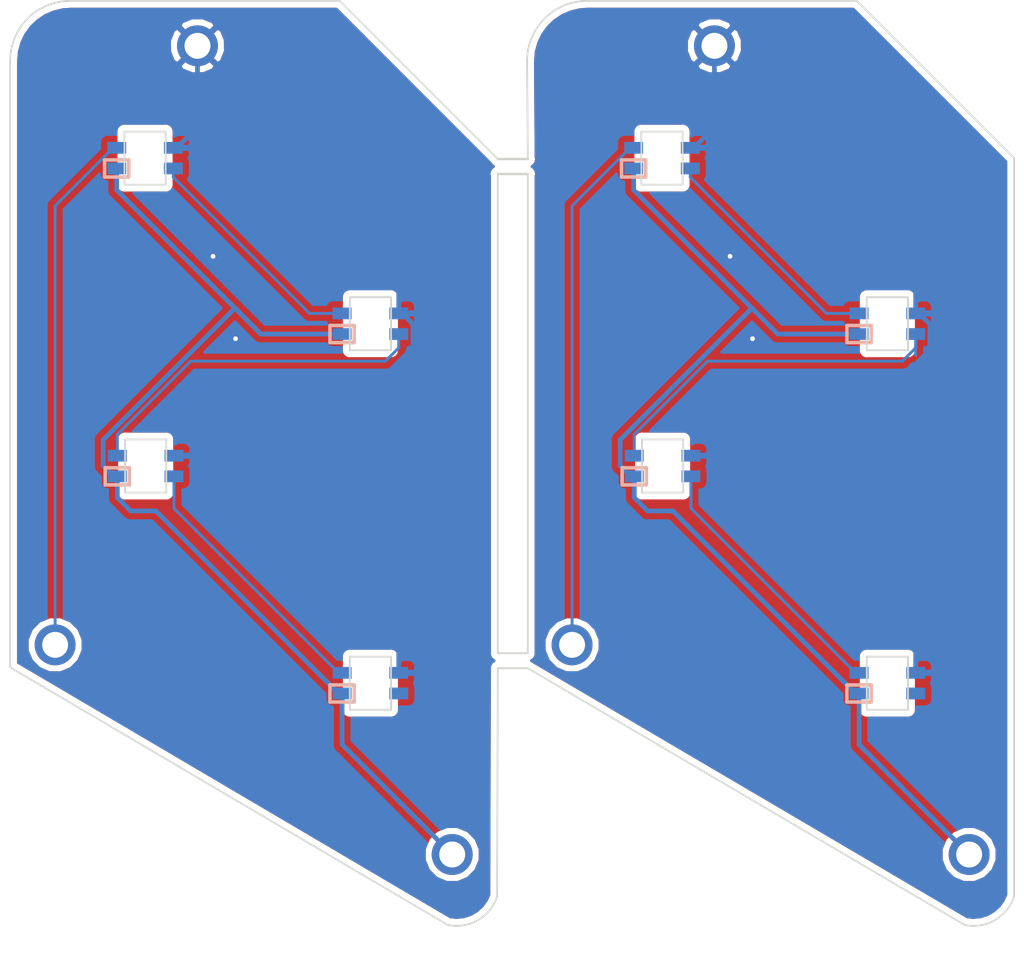
<source format=kicad_pcb>
(kicad_pcb (version 20171130) (host pcbnew 5.0.2-bee76a0~70~ubuntu18.04.1)

  (general
    (thickness 1.6)
    (drawings 24)
    (tracks 101)
    (zones 0)
    (modules 14)
    (nets 8)
  )

  (page A4)
  (layers
    (0 F.Cu signal)
    (31 B.Cu signal)
    (32 B.Adhes user)
    (33 F.Adhes user)
    (34 B.Paste user)
    (35 F.Paste user)
    (36 B.SilkS user)
    (37 F.SilkS user)
    (38 B.Mask user)
    (39 F.Mask user hide)
    (40 Dwgs.User user)
    (41 Cmts.User user)
    (42 Eco1.User user)
    (43 Eco2.User user)
    (44 Edge.Cuts user)
    (45 Margin user)
    (46 B.CrtYd user)
    (47 F.CrtYd user)
    (48 B.Fab user)
    (49 F.Fab user)
  )

  (setup
    (last_trace_width 0.25)
    (trace_clearance 0.2)
    (zone_clearance 0.508)
    (zone_45_only no)
    (trace_min 0.2)
    (segment_width 0.2)
    (edge_width 0.15)
    (via_size 0.8)
    (via_drill 0.4)
    (via_min_size 0.4)
    (via_min_drill 0.3)
    (uvia_size 0.3)
    (uvia_drill 0.1)
    (uvias_allowed no)
    (uvia_min_size 0.2)
    (uvia_min_drill 0.1)
    (pcb_text_width 0.3)
    (pcb_text_size 1.5 1.5)
    (mod_edge_width 0.15)
    (mod_text_size 1 1)
    (mod_text_width 0.15)
    (pad_size 3.47 3.47)
    (pad_drill 2.2)
    (pad_to_mask_clearance 0.051)
    (solder_mask_min_width 0.25)
    (aux_axis_origin 0 0)
    (grid_origin 135.255 20.955)
    (visible_elements FFFFF7FF)
    (pcbplotparams
      (layerselection 0x010fc_ffffffff)
      (usegerberextensions true)
      (usegerberattributes false)
      (usegerberadvancedattributes false)
      (creategerberjobfile false)
      (excludeedgelayer true)
      (linewidth 0.100000)
      (plotframeref false)
      (viasonmask false)
      (mode 1)
      (useauxorigin false)
      (hpglpennumber 1)
      (hpglpenspeed 20)
      (hpglpendiameter 15.000000)
      (psnegative false)
      (psa4output false)
      (plotreference true)
      (plotvalue true)
      (plotinvisibletext false)
      (padsonsilk false)
      (subtractmaskfromsilk false)
      (outputformat 1)
      (mirror false)
      (drillshape 0)
      (scaleselection 1)
      (outputdirectory "garver"))
  )

  (net 0 "")
  (net 1 VCC)
  (net 2 LED)
  (net 3 "Net-(L1-Pad1)")
  (net 4 GND)
  (net 5 "Net-(L2-Pad1)")
  (net 6 "Net-(L3-Pad1)")
  (net 7 "Net-(L4-Pad1)")

  (net_class Default "これはデフォルトのネット クラスです。"
    (clearance 0.2)
    (trace_width 0.25)
    (via_dia 0.8)
    (via_drill 0.4)
    (uvia_dia 0.3)
    (uvia_drill 0.1)
    (add_net LED)
    (add_net "Net-(L1-Pad1)")
    (add_net "Net-(L2-Pad1)")
    (add_net "Net-(L3-Pad1)")
    (add_net "Net-(L4-Pad1)")
  )

  (net_class POWER ""
    (clearance 0.2)
    (trace_width 0.4)
    (via_dia 0.8)
    (via_drill 0.4)
    (uvia_dia 0.3)
    (uvia_drill 0.1)
    (add_net GND)
    (add_net VCC)
  )

  (module kbd:SK6812MINI (layer F.Cu) (tedit 5D010600) (tstamp 5D35C517)
    (at 130.175 163.195 180)
    (path /5CEE2FA8)
    (fp_text reference L4 (at 0 -2.5 180) (layer F.SilkS) hide
      (effects (font (size 1 1) (thickness 0.15)))
    )
    (fp_text value SK6812MINI (at -0.3 0 180) (layer F.Fab) hide
      (effects (font (size 1 1) (thickness 0.15)))
    )
    (fp_line (start -1.75 -2.25) (end -1.75 2.25) (layer Edge.Cuts) (width 0.15))
    (fp_line (start 1.75 -2.25) (end 1.75 2.25) (layer Edge.Cuts) (width 0.15))
    (fp_line (start -1.75 -2.25) (end 1.75 -2.25) (layer Edge.Cuts) (width 0.15))
    (fp_line (start 1.75 2.25) (end -1.75 2.25) (layer Edge.Cuts) (width 0.15))
    (fp_line (start 3.43 -1.6) (end 3.43 -0.15) (layer B.SilkS) (width 0.3))
    (fp_line (start 3.43 -0.15) (end 1.38 -0.15) (layer B.SilkS) (width 0.3))
    (fp_line (start 1.38 -0.15) (end 1.38 -1.6) (layer B.SilkS) (width 0.3))
    (fp_line (start 1.38 -1.6) (end 3.43 -1.6) (layer B.SilkS) (width 0.3))
    (pad 2 smd rect (at -2.4 0.875 180) (size 1.6 1) (layers B.Cu B.Paste B.Mask)
      (net 4 GND))
    (pad 1 smd rect (at -2.4 -0.875 180) (size 1.6 1) (layers B.Cu B.Paste B.Mask)
      (net 7 "Net-(L4-Pad1)"))
    (pad 4 smd rect (at 2.4 -0.875 180) (size 1.6 1) (layers B.Cu B.Paste B.Mask)
      (net 1 VCC))
    (pad 3 smd rect (at 2.4 0.875 180) (size 1.6 1) (layers B.Cu B.Paste B.Mask)
      (net 6 "Net-(L3-Pad1)"))
  )

  (module keebio_parts:SolidCopper (layer F.Cu) (tedit 5CF02416) (tstamp 5D35C4FD)
    (at 115.516029 109.146055)
    (descr "Mounting Hole 2.2mm, M2")
    (tags "mounting hole 2.2mm m2")
    (path /5CF48BCC)
    (fp_text reference J5 (at 0 -3.2) (layer F.SilkS) hide
      (effects (font (size 1 1) (thickness 0.15)))
    )
    (fp_text value Conn_01x01 (at 0 3.2) (layer F.Fab)
      (effects (font (size 1 1) (thickness 0.15)))
    )
    (fp_circle (center 0 0) (end 2.45 0) (layer F.CrtYd) (width 0.05))
    (fp_circle (center 0 0) (end 2.2 0) (layer Cmts.User) (width 0.15))
    (pad 1 thru_hole circle (at 0 0) (size 3.47 3.47) (drill 2.2) (layers *.Cu *.Mask)
      (net 4 GND))
  )

  (module kbd:SK6812MINI (layer F.Cu) (tedit 5D010600) (tstamp 5D35C4D4)
    (at 111.125 144.78 180)
    (path /5CEE2FA1)
    (fp_text reference L3 (at 0 -2.5 180) (layer F.SilkS) hide
      (effects (font (size 1 1) (thickness 0.15)))
    )
    (fp_text value SK6812MINI (at -0.3 0 180) (layer F.Fab) hide
      (effects (font (size 1 1) (thickness 0.15)))
    )
    (fp_line (start -1.75 -2.25) (end -1.75 2.25) (layer Edge.Cuts) (width 0.15))
    (fp_line (start 1.75 -2.25) (end 1.75 2.25) (layer Edge.Cuts) (width 0.15))
    (fp_line (start -1.75 -2.25) (end 1.75 -2.25) (layer Edge.Cuts) (width 0.15))
    (fp_line (start 1.75 2.25) (end -1.75 2.25) (layer Edge.Cuts) (width 0.15))
    (fp_line (start 3.43 -1.6) (end 3.43 -0.15) (layer B.SilkS) (width 0.3))
    (fp_line (start 3.43 -0.15) (end 1.38 -0.15) (layer B.SilkS) (width 0.3))
    (fp_line (start 1.38 -0.15) (end 1.38 -1.6) (layer B.SilkS) (width 0.3))
    (fp_line (start 1.38 -1.6) (end 3.43 -1.6) (layer B.SilkS) (width 0.3))
    (pad 2 smd rect (at -2.4 0.875 180) (size 1.6 1) (layers B.Cu B.Paste B.Mask)
      (net 4 GND))
    (pad 1 smd rect (at -2.4 -0.875 180) (size 1.6 1) (layers B.Cu B.Paste B.Mask)
      (net 6 "Net-(L3-Pad1)"))
    (pad 4 smd rect (at 2.4 -0.875 180) (size 1.6 1) (layers B.Cu B.Paste B.Mask)
      (net 1 VCC))
    (pad 3 smd rect (at 2.4 0.875 180) (size 1.6 1) (layers B.Cu B.Paste B.Mask)
      (net 5 "Net-(L2-Pad1)"))
  )

  (module keebio_parts:SolidCopper (layer F.Cu) (tedit 5D2E0FDC) (tstamp 5D35C4AC)
    (at 103.451029 159.946055)
    (descr "Mounting Hole 2.2mm, M2")
    (tags "mounting hole 2.2mm m2")
    (path /5CF2363A)
    (fp_text reference J3 (at 0 -3.2) (layer F.SilkS) hide
      (effects (font (size 1 1) (thickness 0.15)))
    )
    (fp_text value Conn_01x01 (at 0 3.2) (layer F.Fab)
      (effects (font (size 1 1) (thickness 0.15)))
    )
    (fp_circle (center 0 0) (end 2.2 0) (layer Cmts.User) (width 0.15))
    (fp_circle (center 0 0) (end 2.45 0) (layer F.CrtYd) (width 0.05))
    (pad 1 thru_hole circle (at 0 0) (size 3.47 3.47) (drill 2.2) (layers *.Cu *.Mask)
      (net 2 LED))
  )

  (module kbd:SK6812MINI (layer F.Cu) (tedit 5D010600) (tstamp 5D35C48A)
    (at 111.071029 118.671055 180)
    (path /5CEE264F)
    (fp_text reference L1 (at 0 -2.5 180) (layer F.SilkS) hide
      (effects (font (size 1 1) (thickness 0.15)))
    )
    (fp_text value SK6812MINI (at -0.3 0 180) (layer F.Fab) hide
      (effects (font (size 1 1) (thickness 0.15)))
    )
    (fp_line (start -1.75 -2.25) (end -1.75 2.25) (layer Edge.Cuts) (width 0.15))
    (fp_line (start 1.75 -2.25) (end 1.75 2.25) (layer Edge.Cuts) (width 0.15))
    (fp_line (start -1.75 -2.25) (end 1.75 -2.25) (layer Edge.Cuts) (width 0.15))
    (fp_line (start 1.75 2.25) (end -1.75 2.25) (layer Edge.Cuts) (width 0.15))
    (fp_line (start 3.43 -1.6) (end 3.43 -0.15) (layer B.SilkS) (width 0.3))
    (fp_line (start 3.43 -0.15) (end 1.38 -0.15) (layer B.SilkS) (width 0.3))
    (fp_line (start 1.38 -0.15) (end 1.38 -1.6) (layer B.SilkS) (width 0.3))
    (fp_line (start 1.38 -1.6) (end 3.43 -1.6) (layer B.SilkS) (width 0.3))
    (pad 2 smd rect (at -2.4 0.875 180) (size 1.6 1) (layers B.Cu B.Paste B.Mask)
      (net 4 GND))
    (pad 1 smd rect (at -2.4 -0.875 180) (size 1.6 1) (layers B.Cu B.Paste B.Mask)
      (net 3 "Net-(L1-Pad1)"))
    (pad 4 smd rect (at 2.4 -0.875 180) (size 1.6 1) (layers B.Cu B.Paste B.Mask)
      (net 1 VCC))
    (pad 3 smd rect (at 2.4 0.875 180) (size 1.6 1) (layers B.Cu B.Paste B.Mask)
      (net 2 LED))
  )

  (module kbd:SK6812MINI (layer F.Cu) (tedit 5D010600) (tstamp 5D35C46E)
    (at 130.175 132.715 180)
    (path /5CEE27B9)
    (fp_text reference L2 (at 0 -2.5 180) (layer F.SilkS) hide
      (effects (font (size 1 1) (thickness 0.15)))
    )
    (fp_text value SK6812MINI (at -0.3 0 180) (layer F.Fab) hide
      (effects (font (size 1 1) (thickness 0.15)))
    )
    (fp_line (start -1.75 -2.25) (end -1.75 2.25) (layer Edge.Cuts) (width 0.15))
    (fp_line (start 1.75 -2.25) (end 1.75 2.25) (layer Edge.Cuts) (width 0.15))
    (fp_line (start -1.75 -2.25) (end 1.75 -2.25) (layer Edge.Cuts) (width 0.15))
    (fp_line (start 1.75 2.25) (end -1.75 2.25) (layer Edge.Cuts) (width 0.15))
    (fp_line (start 3.43 -1.6) (end 3.43 -0.15) (layer B.SilkS) (width 0.3))
    (fp_line (start 3.43 -0.15) (end 1.38 -0.15) (layer B.SilkS) (width 0.3))
    (fp_line (start 1.38 -0.15) (end 1.38 -1.6) (layer B.SilkS) (width 0.3))
    (fp_line (start 1.38 -1.6) (end 3.43 -1.6) (layer B.SilkS) (width 0.3))
    (pad 2 smd rect (at -2.4 0.875 180) (size 1.6 1) (layers B.Cu B.Paste B.Mask)
      (net 4 GND))
    (pad 1 smd rect (at -2.4 -0.875 180) (size 1.6 1) (layers B.Cu B.Paste B.Mask)
      (net 5 "Net-(L2-Pad1)"))
    (pad 4 smd rect (at 2.4 -0.875 180) (size 1.6 1) (layers B.Cu B.Paste B.Mask)
      (net 1 VCC))
    (pad 3 smd rect (at 2.4 0.875 180) (size 1.6 1) (layers B.Cu B.Paste B.Mask)
      (net 3 "Net-(L1-Pad1)"))
  )

  (module keebio_parts:SolidCopper (layer F.Cu) (tedit 5D2E103C) (tstamp 5D35C430)
    (at 137.106029 177.726055)
    (descr "Mounting Hole 2.2mm, M2")
    (tags "mounting hole 2.2mm m2")
    (path /5CF4ED45)
    (fp_text reference J4 (at 0 -3.2) (layer F.SilkS) hide
      (effects (font (size 1 1) (thickness 0.15)))
    )
    (fp_text value Conn_01x01 (at 0 3.2) (layer F.Fab)
      (effects (font (size 1 1) (thickness 0.15)))
    )
    (fp_circle (center 0 0) (end 2.45 0) (layer F.CrtYd) (width 0.05))
    (fp_circle (center 0 0) (end 2.2 0) (layer Cmts.User) (width 0.15))
    (pad 1 thru_hole circle (at 0 0) (size 3.47 3.47) (drill 2.2) (layers *.Cu *.Mask)
      (net 1 VCC))
  )

  (module kbd:SK6812MINI (layer F.Cu) (tedit 5D010600) (tstamp 5D2F2499)
    (at 67.31 144.78 180)
    (path /5CEE2FA1)
    (fp_text reference L3 (at 0 -2.5 180) (layer F.SilkS) hide
      (effects (font (size 1 1) (thickness 0.15)))
    )
    (fp_text value SK6812MINI (at -0.3 0 180) (layer F.Fab) hide
      (effects (font (size 1 1) (thickness 0.15)))
    )
    (fp_line (start 1.38 -1.6) (end 3.43 -1.6) (layer B.SilkS) (width 0.3))
    (fp_line (start 1.38 -0.15) (end 1.38 -1.6) (layer B.SilkS) (width 0.3))
    (fp_line (start 3.43 -0.15) (end 1.38 -0.15) (layer B.SilkS) (width 0.3))
    (fp_line (start 3.43 -1.6) (end 3.43 -0.15) (layer B.SilkS) (width 0.3))
    (fp_line (start 1.75 2.25) (end -1.75 2.25) (layer Edge.Cuts) (width 0.15))
    (fp_line (start -1.75 -2.25) (end 1.75 -2.25) (layer Edge.Cuts) (width 0.15))
    (fp_line (start 1.75 -2.25) (end 1.75 2.25) (layer Edge.Cuts) (width 0.15))
    (fp_line (start -1.75 -2.25) (end -1.75 2.25) (layer Edge.Cuts) (width 0.15))
    (pad 3 smd rect (at 2.4 0.875 180) (size 1.6 1) (layers B.Cu B.Paste B.Mask)
      (net 5 "Net-(L2-Pad1)"))
    (pad 4 smd rect (at 2.4 -0.875 180) (size 1.6 1) (layers B.Cu B.Paste B.Mask)
      (net 1 VCC))
    (pad 1 smd rect (at -2.4 -0.875 180) (size 1.6 1) (layers B.Cu B.Paste B.Mask)
      (net 6 "Net-(L3-Pad1)"))
    (pad 2 smd rect (at -2.4 0.875 180) (size 1.6 1) (layers B.Cu B.Paste B.Mask)
      (net 4 GND))
  )

  (module kbd:SK6812MINI (layer F.Cu) (tedit 5D010600) (tstamp 5D2F248A)
    (at 86.36 163.195 180)
    (path /5CEE2FA8)
    (fp_text reference L4 (at 0 -2.5 180) (layer F.SilkS) hide
      (effects (font (size 1 1) (thickness 0.15)))
    )
    (fp_text value SK6812MINI (at -0.3 0 180) (layer F.Fab) hide
      (effects (font (size 1 1) (thickness 0.15)))
    )
    (fp_line (start 1.38 -1.6) (end 3.43 -1.6) (layer B.SilkS) (width 0.3))
    (fp_line (start 1.38 -0.15) (end 1.38 -1.6) (layer B.SilkS) (width 0.3))
    (fp_line (start 3.43 -0.15) (end 1.38 -0.15) (layer B.SilkS) (width 0.3))
    (fp_line (start 3.43 -1.6) (end 3.43 -0.15) (layer B.SilkS) (width 0.3))
    (fp_line (start 1.75 2.25) (end -1.75 2.25) (layer Edge.Cuts) (width 0.15))
    (fp_line (start -1.75 -2.25) (end 1.75 -2.25) (layer Edge.Cuts) (width 0.15))
    (fp_line (start 1.75 -2.25) (end 1.75 2.25) (layer Edge.Cuts) (width 0.15))
    (fp_line (start -1.75 -2.25) (end -1.75 2.25) (layer Edge.Cuts) (width 0.15))
    (pad 3 smd rect (at 2.4 0.875 180) (size 1.6 1) (layers B.Cu B.Paste B.Mask)
      (net 6 "Net-(L3-Pad1)"))
    (pad 4 smd rect (at 2.4 -0.875 180) (size 1.6 1) (layers B.Cu B.Paste B.Mask)
      (net 1 VCC))
    (pad 1 smd rect (at -2.4 -0.875 180) (size 1.6 1) (layers B.Cu B.Paste B.Mask)
      (net 7 "Net-(L4-Pad1)"))
    (pad 2 smd rect (at -2.4 0.875 180) (size 1.6 1) (layers B.Cu B.Paste B.Mask)
      (net 4 GND))
  )

  (module kbd:SK6812MINI (layer F.Cu) (tedit 5D010600) (tstamp 5D2F2469)
    (at 86.36 132.715 180)
    (path /5CEE27B9)
    (fp_text reference L2 (at 0 -2.5 180) (layer F.SilkS) hide
      (effects (font (size 1 1) (thickness 0.15)))
    )
    (fp_text value SK6812MINI (at -0.3 0 180) (layer F.Fab) hide
      (effects (font (size 1 1) (thickness 0.15)))
    )
    (fp_line (start 1.38 -1.6) (end 3.43 -1.6) (layer B.SilkS) (width 0.3))
    (fp_line (start 1.38 -0.15) (end 1.38 -1.6) (layer B.SilkS) (width 0.3))
    (fp_line (start 3.43 -0.15) (end 1.38 -0.15) (layer B.SilkS) (width 0.3))
    (fp_line (start 3.43 -1.6) (end 3.43 -0.15) (layer B.SilkS) (width 0.3))
    (fp_line (start 1.75 2.25) (end -1.75 2.25) (layer Edge.Cuts) (width 0.15))
    (fp_line (start -1.75 -2.25) (end 1.75 -2.25) (layer Edge.Cuts) (width 0.15))
    (fp_line (start 1.75 -2.25) (end 1.75 2.25) (layer Edge.Cuts) (width 0.15))
    (fp_line (start -1.75 -2.25) (end -1.75 2.25) (layer Edge.Cuts) (width 0.15))
    (pad 3 smd rect (at 2.4 0.875 180) (size 1.6 1) (layers B.Cu B.Paste B.Mask)
      (net 3 "Net-(L1-Pad1)"))
    (pad 4 smd rect (at 2.4 -0.875 180) (size 1.6 1) (layers B.Cu B.Paste B.Mask)
      (net 1 VCC))
    (pad 1 smd rect (at -2.4 -0.875 180) (size 1.6 1) (layers B.Cu B.Paste B.Mask)
      (net 5 "Net-(L2-Pad1)"))
    (pad 2 smd rect (at -2.4 0.875 180) (size 1.6 1) (layers B.Cu B.Paste B.Mask)
      (net 4 GND))
  )

  (module kbd:SK6812MINI (layer F.Cu) (tedit 5D010600) (tstamp 5D2F245A)
    (at 67.256029 118.671055 180)
    (path /5CEE264F)
    (fp_text reference L1 (at 0 -2.5 180) (layer F.SilkS) hide
      (effects (font (size 1 1) (thickness 0.15)))
    )
    (fp_text value SK6812MINI (at -0.3 0 180) (layer F.Fab) hide
      (effects (font (size 1 1) (thickness 0.15)))
    )
    (fp_line (start 1.38 -1.6) (end 3.43 -1.6) (layer B.SilkS) (width 0.3))
    (fp_line (start 1.38 -0.15) (end 1.38 -1.6) (layer B.SilkS) (width 0.3))
    (fp_line (start 3.43 -0.15) (end 1.38 -0.15) (layer B.SilkS) (width 0.3))
    (fp_line (start 3.43 -1.6) (end 3.43 -0.15) (layer B.SilkS) (width 0.3))
    (fp_line (start 1.75 2.25) (end -1.75 2.25) (layer Edge.Cuts) (width 0.15))
    (fp_line (start -1.75 -2.25) (end 1.75 -2.25) (layer Edge.Cuts) (width 0.15))
    (fp_line (start 1.75 -2.25) (end 1.75 2.25) (layer Edge.Cuts) (width 0.15))
    (fp_line (start -1.75 -2.25) (end -1.75 2.25) (layer Edge.Cuts) (width 0.15))
    (pad 3 smd rect (at 2.4 0.875 180) (size 1.6 1) (layers B.Cu B.Paste B.Mask)
      (net 2 LED))
    (pad 4 smd rect (at 2.4 -0.875 180) (size 1.6 1) (layers B.Cu B.Paste B.Mask)
      (net 1 VCC))
    (pad 1 smd rect (at -2.4 -0.875 180) (size 1.6 1) (layers B.Cu B.Paste B.Mask)
      (net 3 "Net-(L1-Pad1)"))
    (pad 2 smd rect (at -2.4 0.875 180) (size 1.6 1) (layers B.Cu B.Paste B.Mask)
      (net 4 GND))
  )

  (module keebio_parts:SolidCopper (layer F.Cu) (tedit 5D2E0FDC) (tstamp 5D2F2484)
    (at 59.636029 159.946055)
    (descr "Mounting Hole 2.2mm, M2")
    (tags "mounting hole 2.2mm m2")
    (path /5CF2363A)
    (fp_text reference J3 (at 0 -3.2) (layer F.SilkS) hide
      (effects (font (size 1 1) (thickness 0.15)))
    )
    (fp_text value Conn_01x01 (at 0 3.2) (layer F.Fab)
      (effects (font (size 1 1) (thickness 0.15)))
    )
    (fp_circle (center 0 0) (end 2.45 0) (layer F.CrtYd) (width 0.05))
    (fp_circle (center 0 0) (end 2.2 0) (layer Cmts.User) (width 0.15))
    (pad 1 thru_hole circle (at 0 0) (size 3.47 3.47) (drill 2.2) (layers *.Cu *.Mask)
      (net 2 LED))
  )

  (module keebio_parts:SolidCopper (layer F.Cu) (tedit 5CF02416) (tstamp 5D2F247E)
    (at 71.701029 109.146055)
    (descr "Mounting Hole 2.2mm, M2")
    (tags "mounting hole 2.2mm m2")
    (path /5CF48BCC)
    (fp_text reference J5 (at 0 -3.2) (layer F.SilkS) hide
      (effects (font (size 1 1) (thickness 0.15)))
    )
    (fp_text value Conn_01x01 (at 0 3.2) (layer F.Fab)
      (effects (font (size 1 1) (thickness 0.15)))
    )
    (fp_circle (center 0 0) (end 2.2 0) (layer Cmts.User) (width 0.15))
    (fp_circle (center 0 0) (end 2.45 0) (layer F.CrtYd) (width 0.05))
    (pad 1 thru_hole circle (at 0 0) (size 3.47 3.47) (drill 2.2) (layers *.Cu *.Mask)
      (net 4 GND))
  )

  (module keebio_parts:SolidCopper (layer F.Cu) (tedit 5D2E103C) (tstamp 5D2F2478)
    (at 93.291029 177.726055)
    (descr "Mounting Hole 2.2mm, M2")
    (tags "mounting hole 2.2mm m2")
    (path /5CF4ED45)
    (fp_text reference J4 (at 0 -3.2) (layer F.SilkS) hide
      (effects (font (size 1 1) (thickness 0.15)))
    )
    (fp_text value Conn_01x01 (at 0 3.2) (layer F.Fab)
      (effects (font (size 1 1) (thickness 0.15)))
    )
    (fp_circle (center 0 0) (end 2.2 0) (layer Cmts.User) (width 0.15))
    (fp_circle (center 0 0) (end 2.45 0) (layer F.CrtYd) (width 0.05))
    (pad 1 thru_hole circle (at 0 0) (size 3.47 3.47) (drill 2.2) (layers *.Cu *.Mask)
      (net 1 VCC))
  )

  (gr_poly (pts (xy 97.155 20.955) (xy 97.155 77.47) (xy 55.88 102.235) (xy 55.88 34.29) (xy 69.215 20.955)) (layer F.Mask) (width 0.15))
  (gr_poly (pts (xy 99.695 102.235) (xy 140.97 77.47) (xy 140.97 20.955) (xy 113.03 20.955) (xy 99.695 34.29)) (layer F.Mask) (width 0.15))
  (gr_poly (pts (xy 99.695 105.41) (xy 99.695 161.925) (xy 140.97 186.69) (xy 140.97 118.745) (xy 127.635 105.41)) (layer F.Mask) (width 0.15))
  (gr_poly (pts (xy 55.88 105.41) (xy 55.88 161.925) (xy 97.155 186.69) (xy 97.155 118.745) (xy 83.82 105.41)) (layer F.Mask) (width 0.15))
  (gr_line (start 99.695 160.655) (end 97.155 160.655) (layer Edge.Cuts) (width 0.15))
  (gr_line (start 97.155 161.925) (end 99.695 161.925) (layer Edge.Cuts) (width 0.15))
  (gr_line (start 97.155 160.655) (end 97.155 120.015) (layer Edge.Cuts) (width 0.15) (tstamp 5D35ECBA))
  (gr_line (start 97.155 120.015) (end 99.695 120.015) (layer Edge.Cuts) (width 0.2))
  (gr_line (start 97.155 118.745) (end 99.695 118.745) (layer Edge.Cuts) (width 0.2))
  (gr_line (start 99.695 120.015) (end 99.695 160.655) (layer Edge.Cuts) (width 0.15) (tstamp 5D35EC75))
  (gr_arc (start 137.482368 180.160804) (end 140.911368 181.303804) (angle 83.65980825) (layer Edge.Cuts) (width 0.15) (tstamp 5D35C4A4))
  (gr_line (start 140.916029 181.282055) (end 140.916029 118.671055) (layer Edge.Cuts) (width 0.15) (tstamp 5D35C487))
  (gr_line (start 140.916029 118.671055) (end 127.581029 105.336055) (layer Edge.Cuts) (width 0.15) (tstamp 5D35C46A))
  (gr_line (start 99.695 161.925) (end 136.725029 183.695055) (layer Edge.Cuts) (width 0.15) (tstamp 5D35C445))
  (gr_line (start 99.641029 110.416055) (end 99.695 118.745) (layer Edge.Cuts) (width 0.15) (tstamp 5D35C443))
  (gr_arc (start 104.721029 110.416055) (end 99.641029 110.416055) (angle 90) (layer Edge.Cuts) (width 0.15) (tstamp 5D35C42E))
  (gr_line (start 127.581029 105.336055) (end 104.721029 105.336055) (layer Edge.Cuts) (width 0.15) (tstamp 5D35C40C))
  (gr_line (start 97.155 118.745) (end 83.766029 105.336055) (layer Edge.Cuts) (width 0.15) (tstamp 5D2E2721))
  (gr_line (start 83.766029 105.336055) (end 60.906029 105.336055) (layer Edge.Cuts) (width 0.15) (tstamp 5D2E2720))
  (gr_line (start 55.826029 110.416055) (end 55.826029 161.851055) (layer Edge.Cuts) (width 0.15) (tstamp 5D2E2709))
  (gr_arc (start 60.906029 110.416055) (end 55.826029 110.416055) (angle 90) (layer Edge.Cuts) (width 0.15) (tstamp 5D2E26F2))
  (gr_line (start 55.826029 161.851055) (end 92.910029 183.695055) (layer Edge.Cuts) (width 0.15) (tstamp 5D2E26E8))
  (gr_arc (start 93.667368 180.160804) (end 97.096368 181.303804) (angle 83.65980825) (layer Edge.Cuts) (width 0.15) (tstamp 5D2E26D7))
  (gr_line (start 97.101029 181.282055) (end 97.155 161.925) (layer Edge.Cuts) (width 0.15) (tstamp 5D2E26B4))

  (segment (start 83.96 164.97) (end 83.96 164.07) (width 0.4) (layer B.Cu) (net 1))
  (segment (start 83.96 168.395026) (end 83.96 164.97) (width 0.4) (layer B.Cu) (net 1))
  (segment (start 93.291029 177.726055) (end 83.96 168.395026) (width 0.4) (layer B.Cu) (net 1))
  (segment (start 83.96 164.07) (end 83.66 164.07) (width 0.4) (layer B.Cu) (net 1))
  (segment (start 83.66 164.07) (end 68.18 148.59) (width 0.4) (layer B.Cu) (net 1))
  (segment (start 68.18 148.59) (end 66.04 148.59) (width 0.4) (layer B.Cu) (net 1))
  (segment (start 64.91 147.46) (end 64.91 145.655) (width 0.4) (layer B.Cu) (net 1))
  (segment (start 66.04 148.59) (end 64.91 147.46) (width 0.4) (layer B.Cu) (net 1))
  (segment (start 64.856029 121.371029) (end 64.856029 119.546055) (width 0.4) (layer B.Cu) (net 1))
  (segment (start 83.96 133.59) (end 77.075 133.59) (width 0.4) (layer B.Cu) (net 1))
  (segment (start 74.822524 131.445) (end 74.93 131.445) (width 0.4) (layer B.Cu) (net 1))
  (segment (start 63.71 142.557524) (end 74.822524 131.445) (width 0.4) (layer B.Cu) (net 1))
  (segment (start 63.71 144.755) (end 63.71 142.557524) (width 0.4) (layer B.Cu) (net 1))
  (segment (start 64.61 145.655) (end 63.71 144.755) (width 0.4) (layer B.Cu) (net 1))
  (segment (start 64.91 145.655) (end 64.61 145.655) (width 0.4) (layer B.Cu) (net 1))
  (segment (start 77.075 133.59) (end 74.93 131.445) (width 0.4) (layer B.Cu) (net 1))
  (segment (start 74.93 131.445) (end 64.856029 121.371029) (width 0.4) (layer B.Cu) (net 1))
  (segment (start 107.525 142.557524) (end 118.637524 131.445) (width 0.4) (layer B.Cu) (net 1) (tstamp 5D35C40F))
  (segment (start 127.775 164.97) (end 127.775 164.07) (width 0.4) (layer B.Cu) (net 1) (tstamp 5D35C42F))
  (segment (start 127.475 164.07) (end 111.995 148.59) (width 0.4) (layer B.Cu) (net 1) (tstamp 5D35C436))
  (segment (start 120.89 133.59) (end 118.745 131.445) (width 0.4) (layer B.Cu) (net 1) (tstamp 5D35C43D))
  (segment (start 137.106029 177.726055) (end 127.775 168.395026) (width 0.4) (layer B.Cu) (net 1) (tstamp 5D35C43E))
  (segment (start 111.995 148.59) (end 109.855 148.59) (width 0.4) (layer B.Cu) (net 1) (tstamp 5D35C441))
  (segment (start 127.775 164.07) (end 127.475 164.07) (width 0.4) (layer B.Cu) (net 1) (tstamp 5D35C47E))
  (segment (start 109.855 148.59) (end 108.725 147.46) (width 0.4) (layer B.Cu) (net 1) (tstamp 5D35C47F))
  (segment (start 107.525 144.755) (end 107.525 142.557524) (width 0.4) (layer B.Cu) (net 1) (tstamp 5D35C488))
  (segment (start 118.637524 131.445) (end 118.745 131.445) (width 0.4) (layer B.Cu) (net 1) (tstamp 5D35C49A))
  (segment (start 108.425 145.655) (end 107.525 144.755) (width 0.4) (layer B.Cu) (net 1) (tstamp 5D35C49D))
  (segment (start 108.671029 121.371029) (end 108.671029 119.546055) (width 0.4) (layer B.Cu) (net 1) (tstamp 5D35C4A0))
  (segment (start 108.725 145.655) (end 108.425 145.655) (width 0.4) (layer B.Cu) (net 1) (tstamp 5D35C4D0))
  (segment (start 108.725 147.46) (end 108.725 145.655) (width 0.4) (layer B.Cu) (net 1) (tstamp 5D35C4E4))
  (segment (start 127.775 168.395026) (end 127.775 164.97) (width 0.4) (layer B.Cu) (net 1) (tstamp 5D35C4F0))
  (segment (start 118.745 131.445) (end 108.671029 121.371029) (width 0.4) (layer B.Cu) (net 1) (tstamp 5D35C4FB))
  (segment (start 127.775 133.59) (end 120.89 133.59) (width 0.4) (layer B.Cu) (net 1) (tstamp 5D35C526))
  (segment (start 64.556029 117.796055) (end 64.856029 117.796055) (width 0.25) (layer B.Cu) (net 2))
  (segment (start 59.636029 122.716055) (end 64.556029 117.796055) (width 0.25) (layer B.Cu) (net 2))
  (segment (start 59.636029 159.946055) (end 59.636029 122.716055) (width 0.25) (layer B.Cu) (net 2))
  (segment (start 103.451029 122.716055) (end 108.371029 117.796055) (width 0.25) (layer B.Cu) (net 2) (tstamp 5D35C480))
  (segment (start 103.451029 159.946055) (end 103.451029 122.716055) (width 0.25) (layer B.Cu) (net 2) (tstamp 5D35C4D2))
  (segment (start 108.371029 117.796055) (end 108.671029 117.796055) (width 0.25) (layer B.Cu) (net 2) (tstamp 5D35C504))
  (segment (start 82.91 131.84) (end 83.96 131.84) (width 0.25) (layer B.Cu) (net 3))
  (segment (start 81.199974 131.84) (end 82.91 131.84) (width 0.25) (layer B.Cu) (net 3))
  (segment (start 69.656029 120.296055) (end 81.199974 131.84) (width 0.25) (layer B.Cu) (net 3))
  (segment (start 69.656029 119.546055) (end 69.656029 120.296055) (width 0.25) (layer B.Cu) (net 3))
  (segment (start 126.725 131.84) (end 127.775 131.84) (width 0.25) (layer B.Cu) (net 3) (tstamp 5D35C40E))
  (segment (start 113.471029 120.296055) (end 125.014974 131.84) (width 0.25) (layer B.Cu) (net 3) (tstamp 5D35C46D))
  (segment (start 125.014974 131.84) (end 126.725 131.84) (width 0.25) (layer B.Cu) (net 3) (tstamp 5D35C481))
  (segment (start 113.471029 119.546055) (end 113.471029 120.296055) (width 0.25) (layer B.Cu) (net 3) (tstamp 5D35C483))
  (segment (start 69.956029 117.796055) (end 69.656029 117.796055) (width 0.4) (layer B.Cu) (net 4))
  (segment (start 71.701029 116.051055) (end 69.956029 117.796055) (width 0.4) (layer B.Cu) (net 4))
  (segment (start 71.701029 109.146055) (end 71.701029 116.051055) (width 0.4) (layer B.Cu) (net 4))
  (segment (start 88.76 131.84) (end 88.76 130.035) (width 0.4) (layer B.Cu) (net 4))
  (segment (start 73.446029 117.796055) (end 71.701029 116.051055) (width 0.4) (layer B.Cu) (net 4))
  (segment (start 76.521055 117.796055) (end 73.446029 117.796055) (width 0.4) (layer B.Cu) (net 4))
  (segment (start 88.76 130.035) (end 76.521055 117.796055) (width 0.4) (layer B.Cu) (net 4))
  (segment (start 89.06 131.84) (end 88.76 131.84) (width 0.4) (layer B.Cu) (net 4))
  (segment (start 89.96 132.74) (end 89.06 131.84) (width 0.4) (layer B.Cu) (net 4))
  (segment (start 89.960001 134.937475) (end 89.96 132.74) (width 0.4) (layer B.Cu) (net 4))
  (segment (start 80.992476 143.905) (end 89.960001 134.937475) (width 0.4) (layer B.Cu) (net 4))
  (segment (start 69.71 143.905) (end 80.992476 143.905) (width 0.4) (layer B.Cu) (net 4))
  (segment (start 80.992476 143.905) (end 80.992476 152.747476) (width 0.4) (layer B.Cu) (net 4))
  (segment (start 88.76 160.515) (end 88.76 162.32) (width 0.4) (layer B.Cu) (net 4))
  (segment (start 80.992476 152.747476) (end 88.76 160.515) (width 0.4) (layer B.Cu) (net 4))
  (via (at 74.93 133.985) (size 0.8) (drill 0.4) (layers F.Cu B.Cu) (net 4))
  (via (at 73.025 127) (size 0.8) (drill 0.4) (layers F.Cu B.Cu) (net 4))
  (segment (start 115.516029 109.146055) (end 115.516029 116.051055) (width 0.4) (layer B.Cu) (net 4) (tstamp 5D35C402))
  (segment (start 113.771029 117.796055) (end 113.471029 117.796055) (width 0.4) (layer B.Cu) (net 4) (tstamp 5D35C43B))
  (segment (start 132.575 130.035) (end 120.336055 117.796055) (width 0.4) (layer B.Cu) (net 4) (tstamp 5D35C442))
  (segment (start 120.336055 117.796055) (end 117.261029 117.796055) (width 0.4) (layer B.Cu) (net 4) (tstamp 5D35C444))
  (via (at 118.745 133.985) (size 0.8) (drill 0.4) (layers F.Cu B.Cu) (net 4) (tstamp 5D35C44C))
  (segment (start 124.807476 143.905) (end 124.807476 152.747476) (width 0.4) (layer B.Cu) (net 4) (tstamp 5D35C453))
  (via (at 116.84 127) (size 0.8) (drill 0.4) (layers F.Cu B.Cu) (net 4) (tstamp 5D35C46C))
  (segment (start 124.807476 152.747476) (end 132.575 160.515) (width 0.4) (layer B.Cu) (net 4) (tstamp 5D35C47D))
  (segment (start 132.875 131.84) (end 132.575 131.84) (width 0.4) (layer B.Cu) (net 4) (tstamp 5D35C484))
  (segment (start 133.775001 134.937475) (end 133.775 132.74) (width 0.4) (layer B.Cu) (net 4) (tstamp 5D35C485))
  (segment (start 113.525 143.905) (end 124.807476 143.905) (width 0.4) (layer B.Cu) (net 4) (tstamp 5D35C4A8))
  (segment (start 117.261029 117.796055) (end 115.516029 116.051055) (width 0.4) (layer B.Cu) (net 4) (tstamp 5D35C4D3))
  (segment (start 124.807476 143.905) (end 133.775001 134.937475) (width 0.4) (layer B.Cu) (net 4) (tstamp 5D35C4E5))
  (segment (start 133.775 132.74) (end 132.875 131.84) (width 0.4) (layer B.Cu) (net 4) (tstamp 5D35C4E8))
  (segment (start 132.575 131.84) (end 132.575 130.035) (width 0.4) (layer B.Cu) (net 4) (tstamp 5D35C4EA))
  (segment (start 115.516029 116.051055) (end 113.771029 117.796055) (width 0.4) (layer B.Cu) (net 4) (tstamp 5D35C4EC))
  (segment (start 132.575 160.515) (end 132.575 162.32) (width 0.4) (layer B.Cu) (net 4) (tstamp 5D35C4ED))
  (segment (start 88.76 133.59) (end 88.76 134.62) (width 0.25) (layer B.Cu) (net 5))
  (segment (start 64.91 142.1) (end 64.91 143.905) (width 0.25) (layer B.Cu) (net 5))
  (segment (start 71.12 135.89) (end 64.91 142.1) (width 0.25) (layer B.Cu) (net 5))
  (segment (start 87.63 135.89) (end 71.12 135.89) (width 0.25) (layer B.Cu) (net 5))
  (segment (start 88.76 134.62) (end 88.76 134.76) (width 0.25) (layer B.Cu) (net 5))
  (segment (start 88.76 134.76) (end 87.63 135.89) (width 0.25) (layer B.Cu) (net 5))
  (segment (start 132.575 134.62) (end 132.575 135.395) (width 0.25) (layer B.Cu) (net 5))
  (segment (start 132.575 133.59) (end 132.575 134.62) (width 0.25) (layer B.Cu) (net 5))
  (segment (start 108.725 142.1) (end 108.725 143.905) (width 0.25) (layer B.Cu) (net 5))
  (segment (start 114.935 135.89) (end 108.725 142.1) (width 0.25) (layer B.Cu) (net 5))
  (segment (start 131.445 135.89) (end 114.935 135.89) (width 0.25) (layer B.Cu) (net 5))
  (segment (start 132.575 134.62) (end 132.575 134.76) (width 0.25) (layer B.Cu) (net 5))
  (segment (start 132.575 134.76) (end 131.445 135.89) (width 0.25) (layer B.Cu) (net 5))
  (segment (start 83.66 162.32) (end 83.96 162.32) (width 0.25) (layer B.Cu) (net 6))
  (segment (start 69.71 148.37) (end 83.66 162.32) (width 0.25) (layer B.Cu) (net 6))
  (segment (start 69.71 145.655) (end 69.71 148.37) (width 0.25) (layer B.Cu) (net 6))
  (segment (start 113.525 148.37) (end 127.475 162.32) (width 0.25) (layer B.Cu) (net 6) (tstamp 5D35C407))
  (segment (start 127.475 162.32) (end 127.775 162.32) (width 0.25) (layer B.Cu) (net 6) (tstamp 5D35C4EB))
  (segment (start 113.525 145.655) (end 113.525 148.37) (width 0.25) (layer B.Cu) (net 6) (tstamp 5D35C505))

  (zone (net 4) (net_name GND) (layer B.Cu) (tstamp 5D35F358) (hatch edge 0.508)
    (connect_pads (clearance 0.508))
    (min_thickness 0.254)
    (fill yes (arc_segments 16) (thermal_gap 0.508) (thermal_bridge_width 0.508))
    (polygon
      (pts
        (xy 83.82 105.41) (xy 97.155 118.745) (xy 97.155 186.69) (xy 55.88 161.925) (xy 55.88 105.41)
      )
    )
    (filled_polygon
      (pts
        (xy 96.512475 119.106357) (xy 96.625095 119.274905) (xy 96.782381 119.38) (xy 96.625095 119.485095) (xy 96.462646 119.728217)
        (xy 96.405601 120.015) (xy 96.445001 120.213076) (xy 96.445 160.585074) (xy 96.431091 160.655) (xy 96.486195 160.932028)
        (xy 96.643119 161.166881) (xy 96.827379 161.29) (xy 96.761035 161.33433) (xy 96.644549 161.411695) (xy 96.643977 161.412546)
        (xy 96.643119 161.413119) (xy 96.564954 161.530101) (xy 96.486971 161.646109) (xy 96.486768 161.647114) (xy 96.486195 161.647972)
        (xy 96.458798 161.785706) (xy 96.445198 161.853095) (xy 96.445195 161.854093) (xy 96.431091 161.925) (xy 96.444805 161.993947)
        (xy 96.391425 181.138939) (xy 96.168258 181.630114) (xy 95.808119 182.117971) (xy 95.354418 182.520292) (xy 94.826988 182.819488)
        (xy 94.248879 183.002487) (xy 93.644287 183.061396) (xy 93.139035 183.00593) (xy 56.536029 161.445256) (xy 56.536029 159.474633)
        (xy 57.266029 159.474633) (xy 57.266029 160.417477) (xy 57.62684 161.288552) (xy 58.293532 161.955244) (xy 59.164607 162.316055)
        (xy 60.107451 162.316055) (xy 60.978526 161.955244) (xy 61.645218 161.288552) (xy 62.006029 160.417477) (xy 62.006029 159.474633)
        (xy 61.645218 158.603558) (xy 60.978526 157.936866) (xy 60.396029 157.695588) (xy 60.396029 123.030856) (xy 63.408589 120.018297)
        (xy 63.408589 120.046055) (xy 63.457872 120.29382) (xy 63.59822 120.503864) (xy 63.808264 120.644212) (xy 64.021029 120.686533)
        (xy 64.021029 121.288796) (xy 64.004672 121.371029) (xy 64.021029 121.453262) (xy 64.021029 121.453265) (xy 64.069477 121.696829)
        (xy 64.254028 121.97303) (xy 64.323749 122.019616) (xy 73.695394 131.391262) (xy 63.177718 141.908939) (xy 63.108 141.955523)
        (xy 63.061416 142.025241) (xy 62.923448 142.231724) (xy 62.858643 142.557524) (xy 62.875001 142.639762) (xy 62.875 144.672767)
        (xy 62.858643 144.755) (xy 62.875 144.837233) (xy 62.875 144.837236) (xy 62.923448 145.0808) (xy 63.107999 145.357001)
        (xy 63.17772 145.403587) (xy 63.46256 145.688427) (xy 63.46256 146.155) (xy 63.511843 146.402765) (xy 63.652191 146.612809)
        (xy 63.862235 146.753157) (xy 64.075 146.795478) (xy 64.075 147.377767) (xy 64.058643 147.46) (xy 64.075 147.542233)
        (xy 64.075 147.542236) (xy 64.123448 147.7858) (xy 64.307999 148.062001) (xy 64.37772 148.108587) (xy 65.391416 149.122285)
        (xy 65.437999 149.192001) (xy 65.714199 149.376552) (xy 65.957763 149.425) (xy 65.957766 149.425) (xy 66.039999 149.441357)
        (xy 66.122232 149.425) (xy 67.834133 149.425) (xy 82.51256 164.103428) (xy 82.51256 164.57) (xy 82.561843 164.817765)
        (xy 82.702191 165.027809) (xy 82.912235 165.168157) (xy 83.125001 165.210478) (xy 83.125 168.312793) (xy 83.108643 168.395026)
        (xy 83.125 168.477259) (xy 83.125 168.477262) (xy 83.173448 168.720826) (xy 83.357999 168.997027) (xy 83.42772 169.043613)
        (xy 91.131241 176.747135) (xy 90.921029 177.254633) (xy 90.921029 178.197477) (xy 91.28184 179.068552) (xy 91.948532 179.735244)
        (xy 92.819607 180.096055) (xy 93.762451 180.096055) (xy 94.633526 179.735244) (xy 95.300218 179.068552) (xy 95.661029 178.197477)
        (xy 95.661029 177.254633) (xy 95.300218 176.383558) (xy 94.633526 175.716866) (xy 93.762451 175.356055) (xy 92.819607 175.356055)
        (xy 92.312109 175.566267) (xy 84.795 168.049159) (xy 84.795 166.155) (xy 88.040074 166.155) (xy 88.11 166.168909)
        (xy 88.179925 166.155) (xy 88.179926 166.155) (xy 88.387028 166.113805) (xy 88.621881 165.956881) (xy 88.778805 165.722028)
        (xy 88.833909 165.445) (xy 88.82 165.375074) (xy 88.82 165.21744) (xy 89.56 165.21744) (xy 89.807765 165.168157)
        (xy 90.017809 165.027809) (xy 90.158157 164.817765) (xy 90.20744 164.57) (xy 90.20744 163.57) (xy 90.158157 163.322235)
        (xy 90.0771 163.200926) (xy 90.098327 163.179699) (xy 90.195 162.94631) (xy 90.195 162.60575) (xy 90.03625 162.447)
        (xy 88.887 162.447) (xy 88.887 162.467) (xy 88.82 162.467) (xy 88.82 162.173) (xy 88.887 162.173)
        (xy 88.887 162.193) (xy 90.03625 162.193) (xy 90.195 162.03425) (xy 90.195 161.69369) (xy 90.098327 161.460301)
        (xy 89.919698 161.281673) (xy 89.686309 161.185) (xy 89.04575 161.185) (xy 88.887002 161.343748) (xy 88.887002 161.185)
        (xy 88.82 161.185) (xy 88.82 161.014926) (xy 88.833909 160.945) (xy 88.778805 160.667972) (xy 88.621881 160.433119)
        (xy 88.387028 160.276195) (xy 88.179926 160.235) (xy 88.11 160.221091) (xy 88.040075 160.235) (xy 84.679926 160.235)
        (xy 84.61 160.221091) (xy 84.540075 160.235) (xy 84.540074 160.235) (xy 84.332972 160.276195) (xy 84.098119 160.433119)
        (xy 83.941195 160.667972) (xy 83.886091 160.945) (xy 83.900001 161.014931) (xy 83.900001 161.17256) (xy 83.587362 161.17256)
        (xy 70.47 148.055199) (xy 70.47 146.80244) (xy 70.51 146.80244) (xy 70.757765 146.753157) (xy 70.967809 146.612809)
        (xy 71.108157 146.402765) (xy 71.15744 146.155) (xy 71.15744 145.155) (xy 71.108157 144.907235) (xy 71.0271 144.785926)
        (xy 71.048327 144.764699) (xy 71.145 144.53131) (xy 71.145 144.19075) (xy 70.98625 144.032) (xy 69.837 144.032)
        (xy 69.837 144.052) (xy 69.77 144.052) (xy 69.77 143.758) (xy 69.837 143.758) (xy 69.837 143.778)
        (xy 70.98625 143.778) (xy 71.145 143.61925) (xy 71.145 143.27869) (xy 71.048327 143.045301) (xy 70.869698 142.866673)
        (xy 70.636309 142.77) (xy 69.99575 142.77) (xy 69.837002 142.928748) (xy 69.837002 142.77) (xy 69.77 142.77)
        (xy 69.77 142.599926) (xy 69.783909 142.53) (xy 69.728805 142.252972) (xy 69.571881 142.018119) (xy 69.337028 141.861195)
        (xy 69.129926 141.82) (xy 69.06 141.806091) (xy 68.990075 141.82) (xy 66.264801 141.82) (xy 71.434802 136.65)
        (xy 87.555153 136.65) (xy 87.63 136.664888) (xy 87.704847 136.65) (xy 87.704852 136.65) (xy 87.926537 136.605904)
        (xy 88.177929 136.437929) (xy 88.220331 136.37447) (xy 89.244475 135.350327) (xy 89.307929 135.307929) (xy 89.350326 135.244477)
        (xy 89.350329 135.244474) (xy 89.475903 135.056538) (xy 89.475903 135.056537) (xy 89.475904 135.056536) (xy 89.52 134.834851)
        (xy 89.52 134.834848) (xy 89.534888 134.760001) (xy 89.5304 134.73744) (xy 89.56 134.73744) (xy 89.807765 134.688157)
        (xy 90.017809 134.547809) (xy 90.158157 134.337765) (xy 90.20744 134.09) (xy 90.20744 133.09) (xy 90.158157 132.842235)
        (xy 90.0771 132.720926) (xy 90.098327 132.699699) (xy 90.195 132.46631) (xy 90.195 132.12575) (xy 90.03625 131.967)
        (xy 88.887 131.967) (xy 88.887 131.987) (xy 88.82 131.987) (xy 88.82 131.693) (xy 88.887 131.693)
        (xy 88.887 131.713) (xy 90.03625 131.713) (xy 90.195 131.55425) (xy 90.195 131.21369) (xy 90.098327 130.980301)
        (xy 89.919698 130.801673) (xy 89.686309 130.705) (xy 89.04575 130.705) (xy 88.887002 130.863748) (xy 88.887002 130.705)
        (xy 88.82 130.705) (xy 88.82 130.534926) (xy 88.833909 130.465) (xy 88.778805 130.187972) (xy 88.621881 129.953119)
        (xy 88.387028 129.796195) (xy 88.179926 129.755) (xy 88.11 129.741091) (xy 88.040075 129.755) (xy 84.679926 129.755)
        (xy 84.61 129.741091) (xy 84.540075 129.755) (xy 84.540074 129.755) (xy 84.332972 129.796195) (xy 84.098119 129.953119)
        (xy 83.941195 130.187972) (xy 83.886091 130.465) (xy 83.900001 130.534931) (xy 83.900001 130.69256) (xy 83.16 130.69256)
        (xy 82.912235 130.741843) (xy 82.702191 130.882191) (xy 82.570018 131.08) (xy 81.514776 131.08) (xy 70.923772 120.488997)
        (xy 71.054186 120.29382) (xy 71.103469 120.046055) (xy 71.103469 119.046055) (xy 71.054186 118.79829) (xy 70.973129 118.676981)
        (xy 70.994356 118.655754) (xy 71.091029 118.422365) (xy 71.091029 118.081805) (xy 70.932279 117.923055) (xy 69.783029 117.923055)
        (xy 69.783029 117.943055) (xy 69.716029 117.943055) (xy 69.716029 117.649055) (xy 69.783029 117.649055) (xy 69.783029 117.669055)
        (xy 70.932279 117.669055) (xy 71.091029 117.510305) (xy 71.091029 117.169745) (xy 70.994356 116.936356) (xy 70.815727 116.757728)
        (xy 70.582338 116.661055) (xy 69.941779 116.661055) (xy 69.783031 116.819803) (xy 69.783031 116.661055) (xy 69.716029 116.661055)
        (xy 69.716029 116.490981) (xy 69.729938 116.421055) (xy 69.674834 116.144027) (xy 69.51791 115.909174) (xy 69.283057 115.75225)
        (xy 69.075955 115.711055) (xy 69.006029 115.697146) (xy 68.936104 115.711055) (xy 65.575955 115.711055) (xy 65.506029 115.697146)
        (xy 65.436104 115.711055) (xy 65.436103 115.711055) (xy 65.229001 115.75225) (xy 64.994148 115.909174) (xy 64.837224 116.144027)
        (xy 64.78212 116.421055) (xy 64.79603 116.490986) (xy 64.79603 116.648615) (xy 64.056029 116.648615) (xy 63.808264 116.697898)
        (xy 63.59822 116.838246) (xy 63.457872 117.04829) (xy 63.408589 117.296055) (xy 63.408589 117.868693) (xy 59.151557 122.125726)
        (xy 59.088101 122.168126) (xy 59.045701 122.231582) (xy 59.0457 122.231583) (xy 58.920126 122.419518) (xy 58.861141 122.716055)
        (xy 58.87603 122.790907) (xy 58.876029 157.695588) (xy 58.293532 157.936866) (xy 57.62684 158.603558) (xy 57.266029 159.474633)
        (xy 56.536029 159.474633) (xy 56.536029 110.829751) (xy 70.196938 110.829751) (xy 70.385395 111.172936) (xy 71.261195 111.52212)
        (xy 72.203956 111.509569) (xy 73.016663 111.172936) (xy 73.20512 110.829751) (xy 71.701029 109.32566) (xy 70.196938 110.829751)
        (xy 56.536029 110.829751) (xy 56.536029 110.447673) (xy 56.607871 109.642697) (xy 56.812752 108.893778) (xy 56.902212 108.706221)
        (xy 69.324964 108.706221) (xy 69.337515 109.648982) (xy 69.674148 110.461689) (xy 70.017333 110.650146) (xy 71.521424 109.146055)
        (xy 71.880634 109.146055) (xy 73.384725 110.650146) (xy 73.72791 110.461689) (xy 74.077094 109.585889) (xy 74.064543 108.643128)
        (xy 73.72791 107.830421) (xy 73.384725 107.641964) (xy 71.880634 109.146055) (xy 71.521424 109.146055) (xy 70.017333 107.641964)
        (xy 69.674148 107.830421) (xy 69.324964 108.706221) (xy 56.902212 108.706221) (xy 57.147015 108.192983) (xy 57.600098 107.56245)
        (xy 57.703383 107.462359) (xy 70.196938 107.462359) (xy 71.701029 108.96645) (xy 73.20512 107.462359) (xy 73.016663 107.119174)
        (xy 72.140863 106.76999) (xy 71.198102 106.782541) (xy 70.385395 107.119174) (xy 70.196938 107.462359) (xy 57.703383 107.462359)
        (xy 58.157674 107.022121) (xy 58.802128 106.589066) (xy 59.513073 106.276982) (xy 60.273522 106.094415) (xy 60.93206 106.046055)
        (xy 83.471628 106.046055)
      )
    )
    (filled_polygon
      (pts
        (xy 76.426415 134.122283) (xy 76.472999 134.192001) (xy 76.749199 134.376552) (xy 76.992763 134.425) (xy 76.992766 134.425)
        (xy 77.074999 134.441357) (xy 77.157232 134.425) (xy 82.620132 134.425) (xy 82.702191 134.547809) (xy 82.912235 134.688157)
        (xy 83.16 134.73744) (xy 83.9 134.73744) (xy 83.9 134.895074) (xy 83.886091 134.965) (xy 83.918911 135.13)
        (xy 72.318392 135.13) (xy 74.876262 132.57213)
      )
    )
    (filled_polygon
      (pts
        (xy 80.609645 132.324473) (xy 80.652045 132.387929) (xy 80.903437 132.555904) (xy 81.125122 132.6) (xy 81.125126 132.6)
        (xy 81.199974 132.614888) (xy 81.274822 132.6) (xy 82.570018 132.6) (xy 82.646859 132.715) (xy 82.620132 132.755)
        (xy 77.420868 132.755) (xy 75.578587 130.91272) (xy 75.532001 130.842999) (xy 75.462285 130.796416) (xy 66.296922 121.631055)
        (xy 68.936103 121.631055) (xy 69.006029 121.644964) (xy 69.075954 121.631055) (xy 69.075955 121.631055) (xy 69.283057 121.58986)
        (xy 69.51791 121.432936) (xy 69.598099 121.312926)
      )
    )
  )
  (zone (net 4) (net_name GND) (layer F.Cu) (tstamp 5D35F355) (hatch edge 0.508)
    (connect_pads (clearance 0.508))
    (min_thickness 0.254)
    (fill yes (arc_segments 16) (thermal_gap 0.508) (thermal_bridge_width 0.508))
    (polygon
      (pts
        (xy 83.82 105.41) (xy 97.155 118.745) (xy 97.155 186.69) (xy 55.88 161.925) (xy 55.88 105.41)
      )
    )
    (filled_polygon
      (pts
        (xy 96.512475 119.106357) (xy 96.625095 119.274905) (xy 96.782381 119.38) (xy 96.625095 119.485095) (xy 96.462646 119.728217)
        (xy 96.405601 120.015) (xy 96.445001 120.213076) (xy 96.445 160.585074) (xy 96.431091 160.655) (xy 96.486195 160.932028)
        (xy 96.643119 161.166881) (xy 96.827379 161.29) (xy 96.761035 161.33433) (xy 96.644549 161.411695) (xy 96.643977 161.412546)
        (xy 96.643119 161.413119) (xy 96.564954 161.530101) (xy 96.486971 161.646109) (xy 96.486768 161.647114) (xy 96.486195 161.647972)
        (xy 96.458798 161.785706) (xy 96.445198 161.853095) (xy 96.445195 161.854093) (xy 96.431091 161.925) (xy 96.444805 161.993947)
        (xy 96.391425 181.138939) (xy 96.168258 181.630114) (xy 95.808119 182.117971) (xy 95.354418 182.520292) (xy 94.826988 182.819488)
        (xy 94.248879 183.002487) (xy 93.644287 183.061396) (xy 93.139035 183.00593) (xy 83.375205 177.254633) (xy 90.921029 177.254633)
        (xy 90.921029 178.197477) (xy 91.28184 179.068552) (xy 91.948532 179.735244) (xy 92.819607 180.096055) (xy 93.762451 180.096055)
        (xy 94.633526 179.735244) (xy 95.300218 179.068552) (xy 95.661029 178.197477) (xy 95.661029 177.254633) (xy 95.300218 176.383558)
        (xy 94.633526 175.716866) (xy 93.762451 175.356055) (xy 92.819607 175.356055) (xy 91.948532 175.716866) (xy 91.28184 176.383558)
        (xy 90.921029 177.254633) (xy 83.375205 177.254633) (xy 56.536029 161.445256) (xy 56.536029 159.474633) (xy 57.266029 159.474633)
        (xy 57.266029 160.417477) (xy 57.62684 161.288552) (xy 58.293532 161.955244) (xy 59.164607 162.316055) (xy 60.107451 162.316055)
        (xy 60.978526 161.955244) (xy 61.645218 161.288552) (xy 61.787521 160.945) (xy 83.886091 160.945) (xy 83.900001 161.014931)
        (xy 83.9 165.375074) (xy 83.886091 165.445) (xy 83.941195 165.722028) (xy 84.098119 165.956881) (xy 84.332972 166.113805)
        (xy 84.61 166.168909) (xy 84.679925 166.155) (xy 88.040074 166.155) (xy 88.11 166.168909) (xy 88.179925 166.155)
        (xy 88.179926 166.155) (xy 88.387028 166.113805) (xy 88.621881 165.956881) (xy 88.778805 165.722028) (xy 88.833909 165.445)
        (xy 88.82 165.375074) (xy 88.82 161.014926) (xy 88.833909 160.945) (xy 88.778805 160.667972) (xy 88.621881 160.433119)
        (xy 88.387028 160.276195) (xy 88.179926 160.235) (xy 88.11 160.221091) (xy 88.040075 160.235) (xy 84.679926 160.235)
        (xy 84.61 160.221091) (xy 84.540075 160.235) (xy 84.540074 160.235) (xy 84.332972 160.276195) (xy 84.098119 160.433119)
        (xy 83.941195 160.667972) (xy 83.886091 160.945) (xy 61.787521 160.945) (xy 62.006029 160.417477) (xy 62.006029 159.474633)
        (xy 61.645218 158.603558) (xy 60.978526 157.936866) (xy 60.107451 157.576055) (xy 59.164607 157.576055) (xy 58.293532 157.936866)
        (xy 57.62684 158.603558) (xy 57.266029 159.474633) (xy 56.536029 159.474633) (xy 56.536029 142.53) (xy 64.836091 142.53)
        (xy 64.850001 142.599931) (xy 64.85 146.960074) (xy 64.836091 147.03) (xy 64.891195 147.307028) (xy 65.048119 147.541881)
        (xy 65.282972 147.698805) (xy 65.56 147.753909) (xy 65.629925 147.74) (xy 68.990074 147.74) (xy 69.06 147.753909)
        (xy 69.129925 147.74) (xy 69.129926 147.74) (xy 69.337028 147.698805) (xy 69.571881 147.541881) (xy 69.728805 147.307028)
        (xy 69.783909 147.03) (xy 69.77 146.960074) (xy 69.77 142.599926) (xy 69.783909 142.53) (xy 69.728805 142.252972)
        (xy 69.571881 142.018119) (xy 69.337028 141.861195) (xy 69.129926 141.82) (xy 69.06 141.806091) (xy 68.990075 141.82)
        (xy 65.629926 141.82) (xy 65.56 141.806091) (xy 65.490075 141.82) (xy 65.490074 141.82) (xy 65.282972 141.861195)
        (xy 65.048119 142.018119) (xy 64.891195 142.252972) (xy 64.836091 142.53) (xy 56.536029 142.53) (xy 56.536029 130.465)
        (xy 83.886091 130.465) (xy 83.900001 130.534931) (xy 83.9 134.895074) (xy 83.886091 134.965) (xy 83.941195 135.242028)
        (xy 84.098119 135.476881) (xy 84.332972 135.633805) (xy 84.61 135.688909) (xy 84.679925 135.675) (xy 88.040074 135.675)
        (xy 88.11 135.688909) (xy 88.179925 135.675) (xy 88.179926 135.675) (xy 88.387028 135.633805) (xy 88.621881 135.476881)
        (xy 88.778805 135.242028) (xy 88.833909 134.965) (xy 88.82 134.895074) (xy 88.82 130.534926) (xy 88.833909 130.465)
        (xy 88.778805 130.187972) (xy 88.621881 129.953119) (xy 88.387028 129.796195) (xy 88.179926 129.755) (xy 88.11 129.741091)
        (xy 88.040075 129.755) (xy 84.679926 129.755) (xy 84.61 129.741091) (xy 84.540075 129.755) (xy 84.540074 129.755)
        (xy 84.332972 129.796195) (xy 84.098119 129.953119) (xy 83.941195 130.187972) (xy 83.886091 130.465) (xy 56.536029 130.465)
        (xy 56.536029 116.421055) (xy 64.78212 116.421055) (xy 64.79603 116.490986) (xy 64.796029 120.851129) (xy 64.78212 120.921055)
        (xy 64.837224 121.198083) (xy 64.994148 121.432936) (xy 65.229001 121.58986) (xy 65.506029 121.644964) (xy 65.575954 121.631055)
        (xy 68.936103 121.631055) (xy 69.006029 121.644964) (xy 69.075954 121.631055) (xy 69.075955 121.631055) (xy 69.283057 121.58986)
        (xy 69.51791 121.432936) (xy 69.674834 121.198083) (xy 69.729938 120.921055) (xy 69.716029 120.851129) (xy 69.716029 116.490981)
        (xy 69.729938 116.421055) (xy 69.674834 116.144027) (xy 69.51791 115.909174) (xy 69.283057 115.75225) (xy 69.075955 115.711055)
        (xy 69.006029 115.697146) (xy 68.936104 115.711055) (xy 65.575955 115.711055) (xy 65.506029 115.697146) (xy 65.436104 115.711055)
        (xy 65.436103 115.711055) (xy 65.229001 115.75225) (xy 64.994148 115.909174) (xy 64.837224 116.144027) (xy 64.78212 116.421055)
        (xy 56.536029 116.421055) (xy 56.536029 110.829751) (xy 70.196938 110.829751) (xy 70.385395 111.172936) (xy 71.261195 111.52212)
        (xy 72.203956 111.509569) (xy 73.016663 111.172936) (xy 73.20512 110.829751) (xy 71.701029 109.32566) (xy 70.196938 110.829751)
        (xy 56.536029 110.829751) (xy 56.536029 110.447673) (xy 56.607871 109.642697) (xy 56.812752 108.893778) (xy 56.902212 108.706221)
        (xy 69.324964 108.706221) (xy 69.337515 109.648982) (xy 69.674148 110.461689) (xy 70.017333 110.650146) (xy 71.521424 109.146055)
        (xy 71.880634 109.146055) (xy 73.384725 110.650146) (xy 73.72791 110.461689) (xy 74.077094 109.585889) (xy 74.064543 108.643128)
        (xy 73.72791 107.830421) (xy 73.384725 107.641964) (xy 71.880634 109.146055) (xy 71.521424 109.146055) (xy 70.017333 107.641964)
        (xy 69.674148 107.830421) (xy 69.324964 108.706221) (xy 56.902212 108.706221) (xy 57.147015 108.192983) (xy 57.600098 107.56245)
        (xy 57.703383 107.462359) (xy 70.196938 107.462359) (xy 71.701029 108.96645) (xy 73.20512 107.462359) (xy 73.016663 107.119174)
        (xy 72.140863 106.76999) (xy 71.198102 106.782541) (xy 70.385395 107.119174) (xy 70.196938 107.462359) (xy 57.703383 107.462359)
        (xy 58.157674 107.022121) (xy 58.802128 106.589066) (xy 59.513073 106.276982) (xy 60.273522 106.094415) (xy 60.93206 106.046055)
        (xy 83.471628 106.046055)
      )
    )
  )
  (zone (net 4) (net_name GND) (layer F.Cu) (tstamp 5D35F352) (hatch edge 0.508)
    (connect_pads (clearance 0.508))
    (min_thickness 0.254)
    (fill yes (arc_segments 16) (thermal_gap 0.508) (thermal_bridge_width 0.508))
    (polygon
      (pts
        (xy 127.635 105.41) (xy 140.97 118.745) (xy 140.97 186.69) (xy 99.695 161.925) (xy 99.695 105.41)
      )
    )
    (filled_polygon
      (pts
        (xy 140.20603 118.965148) (xy 140.206029 181.139812) (xy 139.983258 181.630114) (xy 139.623119 182.117971) (xy 139.169418 182.520292)
        (xy 138.641988 182.819488) (xy 138.063879 183.002487) (xy 137.459287 183.061396) (xy 136.953723 183.005895) (xy 127.171047 177.254633)
        (xy 134.736029 177.254633) (xy 134.736029 178.197477) (xy 135.09684 179.068552) (xy 135.763532 179.735244) (xy 136.634607 180.096055)
        (xy 137.577451 180.096055) (xy 138.448526 179.735244) (xy 139.115218 179.068552) (xy 139.476029 178.197477) (xy 139.476029 177.254633)
        (xy 139.115218 176.383558) (xy 138.448526 175.716866) (xy 137.577451 175.356055) (xy 136.634607 175.356055) (xy 135.763532 175.716866)
        (xy 135.09684 176.383558) (xy 134.736029 177.254633) (xy 127.171047 177.254633) (xy 100.072456 161.323299) (xy 100.022621 161.29)
        (xy 100.206881 161.166881) (xy 100.363805 160.932028) (xy 100.405 160.724926) (xy 100.405 160.724925) (xy 100.418909 160.655)
        (xy 100.405 160.585074) (xy 100.405 159.474633) (xy 101.081029 159.474633) (xy 101.081029 160.417477) (xy 101.44184 161.288552)
        (xy 102.108532 161.955244) (xy 102.979607 162.316055) (xy 103.922451 162.316055) (xy 104.793526 161.955244) (xy 105.460218 161.288552)
        (xy 105.602521 160.945) (xy 127.701091 160.945) (xy 127.715001 161.014931) (xy 127.715 165.375074) (xy 127.701091 165.445)
        (xy 127.756195 165.722028) (xy 127.913119 165.956881) (xy 128.147972 166.113805) (xy 128.425 166.168909) (xy 128.494925 166.155)
        (xy 131.855074 166.155) (xy 131.925 166.168909) (xy 131.994925 166.155) (xy 131.994926 166.155) (xy 132.202028 166.113805)
        (xy 132.436881 165.956881) (xy 132.593805 165.722028) (xy 132.648909 165.445) (xy 132.635 165.375074) (xy 132.635 161.014926)
        (xy 132.648909 160.945) (xy 132.593805 160.667972) (xy 132.436881 160.433119) (xy 132.202028 160.276195) (xy 131.994926 160.235)
        (xy 131.925 160.221091) (xy 131.855075 160.235) (xy 128.494926 160.235) (xy 128.425 160.221091) (xy 128.355075 160.235)
        (xy 128.355074 160.235) (xy 128.147972 160.276195) (xy 127.913119 160.433119) (xy 127.756195 160.667972) (xy 127.701091 160.945)
        (xy 105.602521 160.945) (xy 105.821029 160.417477) (xy 105.821029 159.474633) (xy 105.460218 158.603558) (xy 104.793526 157.936866)
        (xy 103.922451 157.576055) (xy 102.979607 157.576055) (xy 102.108532 157.936866) (xy 101.44184 158.603558) (xy 101.081029 159.474633)
        (xy 100.405 159.474633) (xy 100.405 142.53) (xy 108.651091 142.53) (xy 108.665001 142.599931) (xy 108.665 146.960074)
        (xy 108.651091 147.03) (xy 108.706195 147.307028) (xy 108.863119 147.541881) (xy 109.097972 147.698805) (xy 109.375 147.753909)
        (xy 109.444925 147.74) (xy 112.805074 147.74) (xy 112.875 147.753909) (xy 112.944925 147.74) (xy 112.944926 147.74)
        (xy 113.152028 147.698805) (xy 113.386881 147.541881) (xy 113.543805 147.307028) (xy 113.598909 147.03) (xy 113.585 146.960074)
        (xy 113.585 142.599926) (xy 113.598909 142.53) (xy 113.543805 142.252972) (xy 113.386881 142.018119) (xy 113.152028 141.861195)
        (xy 112.944926 141.82) (xy 112.875 141.806091) (xy 112.805075 141.82) (xy 109.444926 141.82) (xy 109.375 141.806091)
        (xy 109.305075 141.82) (xy 109.305074 141.82) (xy 109.097972 141.861195) (xy 108.863119 142.018119) (xy 108.706195 142.252972)
        (xy 108.651091 142.53) (xy 100.405 142.53) (xy 100.405 130.465) (xy 127.701091 130.465) (xy 127.715001 130.534931)
        (xy 127.715 134.895074) (xy 127.701091 134.965) (xy 127.756195 135.242028) (xy 127.913119 135.476881) (xy 128.147972 135.633805)
        (xy 128.425 135.688909) (xy 128.494925 135.675) (xy 131.855074 135.675) (xy 131.925 135.688909) (xy 131.994925 135.675)
        (xy 131.994926 135.675) (xy 132.202028 135.633805) (xy 132.436881 135.476881) (xy 132.593805 135.242028) (xy 132.648909 134.965)
        (xy 132.635 134.895074) (xy 132.635 130.534926) (xy 132.648909 130.465) (xy 132.593805 130.187972) (xy 132.436881 129.953119)
        (xy 132.202028 129.796195) (xy 131.994926 129.755) (xy 131.925 129.741091) (xy 131.855075 129.755) (xy 128.494926 129.755)
        (xy 128.425 129.741091) (xy 128.355075 129.755) (xy 128.355074 129.755) (xy 128.147972 129.796195) (xy 127.913119 129.953119)
        (xy 127.756195 130.187972) (xy 127.701091 130.465) (xy 100.405 130.465) (xy 100.405 120.213071) (xy 100.444399 120.015)
        (xy 100.387354 119.728217) (xy 100.224905 119.485095) (xy 100.067619 119.38) (xy 100.224905 119.274905) (xy 100.387354 119.031783)
        (xy 100.444399 118.745) (xy 100.403688 118.540335) (xy 100.389956 116.421055) (xy 108.59712 116.421055) (xy 108.61103 116.490986)
        (xy 108.611029 120.851129) (xy 108.59712 120.921055) (xy 108.652224 121.198083) (xy 108.809148 121.432936) (xy 109.044001 121.58986)
        (xy 109.321029 121.644964) (xy 109.390954 121.631055) (xy 112.751103 121.631055) (xy 112.821029 121.644964) (xy 112.890954 121.631055)
        (xy 112.890955 121.631055) (xy 113.098057 121.58986) (xy 113.33291 121.432936) (xy 113.489834 121.198083) (xy 113.544938 120.921055)
        (xy 113.531029 120.851129) (xy 113.531029 116.490981) (xy 113.544938 116.421055) (xy 113.489834 116.144027) (xy 113.33291 115.909174)
        (xy 113.098057 115.75225) (xy 112.890955 115.711055) (xy 112.821029 115.697146) (xy 112.751104 115.711055) (xy 109.390955 115.711055)
        (xy 109.321029 115.697146) (xy 109.251104 115.711055) (xy 109.251103 115.711055) (xy 109.044001 115.75225) (xy 108.809148 115.909174)
        (xy 108.652224 116.144027) (xy 108.59712 116.421055) (xy 100.389956 116.421055) (xy 100.353724 110.829751) (xy 114.011938 110.829751)
        (xy 114.200395 111.172936) (xy 115.076195 111.52212) (xy 116.018956 111.509569) (xy 116.831663 111.172936) (xy 117.02012 110.829751)
        (xy 115.516029 109.32566) (xy 114.011938 110.829751) (xy 100.353724 110.829751) (xy 100.351233 110.445387) (xy 100.422871 109.642697)
        (xy 100.627752 108.893778) (xy 100.717212 108.706221) (xy 113.139964 108.706221) (xy 113.152515 109.648982) (xy 113.489148 110.461689)
        (xy 113.832333 110.650146) (xy 115.336424 109.146055) (xy 115.695634 109.146055) (xy 117.199725 110.650146) (xy 117.54291 110.461689)
        (xy 117.892094 109.585889) (xy 117.879543 108.643128) (xy 117.54291 107.830421) (xy 117.199725 107.641964) (xy 115.695634 109.146055)
        (xy 115.336424 109.146055) (xy 113.832333 107.641964) (xy 113.489148 107.830421) (xy 113.139964 108.706221) (xy 100.717212 108.706221)
        (xy 100.962015 108.192983) (xy 101.415098 107.56245) (xy 101.518383 107.462359) (xy 114.011938 107.462359) (xy 115.516029 108.96645)
        (xy 117.02012 107.462359) (xy 116.831663 107.119174) (xy 115.955863 106.76999) (xy 115.013102 106.782541) (xy 114.200395 107.119174)
        (xy 114.011938 107.462359) (xy 101.518383 107.462359) (xy 101.972674 107.022121) (xy 102.617128 106.589066) (xy 103.328073 106.276982)
        (xy 104.088522 106.094415) (xy 104.74706 106.046055) (xy 127.286939 106.046055)
      )
    )
  )
  (zone (net 4) (net_name GND) (layer B.Cu) (tstamp 5D35F34F) (hatch edge 0.508)
    (connect_pads (clearance 0.508))
    (min_thickness 0.254)
    (fill yes (arc_segments 16) (thermal_gap 0.508) (thermal_bridge_width 0.508))
    (polygon
      (pts
        (xy 127.635 105.41) (xy 140.97 118.745) (xy 140.97 186.69) (xy 99.695 161.925) (xy 99.695 105.41)
      )
    )
    (filled_polygon
      (pts
        (xy 140.20603 118.965148) (xy 140.206029 181.139812) (xy 139.983258 181.630114) (xy 139.623119 182.117971) (xy 139.169418 182.520292)
        (xy 138.641988 182.819488) (xy 138.063879 183.002487) (xy 137.459287 183.061396) (xy 136.953723 183.005895) (xy 100.072456 161.323299)
        (xy 100.022621 161.29) (xy 100.206881 161.166881) (xy 100.363805 160.932028) (xy 100.405 160.724926) (xy 100.405 160.724925)
        (xy 100.418909 160.655) (xy 100.405 160.585074) (xy 100.405 159.474633) (xy 101.081029 159.474633) (xy 101.081029 160.417477)
        (xy 101.44184 161.288552) (xy 102.108532 161.955244) (xy 102.979607 162.316055) (xy 103.922451 162.316055) (xy 104.793526 161.955244)
        (xy 105.460218 161.288552) (xy 105.821029 160.417477) (xy 105.821029 159.474633) (xy 105.460218 158.603558) (xy 104.793526 157.936866)
        (xy 104.211029 157.695588) (xy 104.211029 123.030856) (xy 107.223589 120.018297) (xy 107.223589 120.046055) (xy 107.272872 120.29382)
        (xy 107.41322 120.503864) (xy 107.623264 120.644212) (xy 107.836029 120.686533) (xy 107.836029 121.288796) (xy 107.819672 121.371029)
        (xy 107.836029 121.453262) (xy 107.836029 121.453265) (xy 107.884477 121.696829) (xy 108.069028 121.97303) (xy 108.138749 122.019616)
        (xy 117.510394 131.391262) (xy 106.992718 141.908939) (xy 106.923 141.955523) (xy 106.876416 142.025241) (xy 106.738448 142.231724)
        (xy 106.673643 142.557524) (xy 106.690001 142.639762) (xy 106.69 144.672767) (xy 106.673643 144.755) (xy 106.69 144.837233)
        (xy 106.69 144.837236) (xy 106.738448 145.0808) (xy 106.922999 145.357001) (xy 106.99272 145.403587) (xy 107.27756 145.688427)
        (xy 107.27756 146.155) (xy 107.326843 146.402765) (xy 107.467191 146.612809) (xy 107.677235 146.753157) (xy 107.89 146.795478)
        (xy 107.89 147.377767) (xy 107.873643 147.46) (xy 107.89 147.542233) (xy 107.89 147.542236) (xy 107.938448 147.7858)
        (xy 108.122999 148.062001) (xy 108.19272 148.108587) (xy 109.206416 149.122285) (xy 109.252999 149.192001) (xy 109.529199 149.376552)
        (xy 109.772763 149.425) (xy 109.772766 149.425) (xy 109.854999 149.441357) (xy 109.937232 149.425) (xy 111.649133 149.425)
        (xy 126.32756 164.103428) (xy 126.32756 164.57) (xy 126.376843 164.817765) (xy 126.517191 165.027809) (xy 126.727235 165.168157)
        (xy 126.940001 165.210478) (xy 126.94 168.312793) (xy 126.923643 168.395026) (xy 126.94 168.477259) (xy 126.94 168.477262)
        (xy 126.988448 168.720826) (xy 127.172999 168.997027) (xy 127.24272 169.043613) (xy 134.946241 176.747135) (xy 134.736029 177.254633)
        (xy 134.736029 178.197477) (xy 135.09684 179.068552) (xy 135.763532 179.735244) (xy 136.634607 180.096055) (xy 137.577451 180.096055)
        (xy 138.448526 179.735244) (xy 139.115218 179.068552) (xy 139.476029 178.197477) (xy 139.476029 177.254633) (xy 139.115218 176.383558)
        (xy 138.448526 175.716866) (xy 137.577451 175.356055) (xy 136.634607 175.356055) (xy 136.127109 175.566267) (xy 128.61 168.049159)
        (xy 128.61 166.155) (xy 131.855074 166.155) (xy 131.925 166.168909) (xy 131.994925 166.155) (xy 131.994926 166.155)
        (xy 132.202028 166.113805) (xy 132.436881 165.956881) (xy 132.593805 165.722028) (xy 132.648909 165.445) (xy 132.635 165.375074)
        (xy 132.635 165.21744) (xy 133.375 165.21744) (xy 133.622765 165.168157) (xy 133.832809 165.027809) (xy 133.973157 164.817765)
        (xy 134.02244 164.57) (xy 134.02244 163.57) (xy 133.973157 163.322235) (xy 133.8921 163.200926) (xy 133.913327 163.179699)
        (xy 134.01 162.94631) (xy 134.01 162.60575) (xy 133.85125 162.447) (xy 132.702 162.447) (xy 132.702 162.467)
        (xy 132.635 162.467) (xy 132.635 162.173) (xy 132.702 162.173) (xy 132.702 162.193) (xy 133.85125 162.193)
        (xy 134.01 162.03425) (xy 134.01 161.69369) (xy 133.913327 161.460301) (xy 133.734698 161.281673) (xy 133.501309 161.185)
        (xy 132.86075 161.185) (xy 132.702002 161.343748) (xy 132.702002 161.185) (xy 132.635 161.185) (xy 132.635 161.014926)
        (xy 132.648909 160.945) (xy 132.593805 160.667972) (xy 132.436881 160.433119) (xy 132.202028 160.276195) (xy 131.994926 160.235)
        (xy 131.925 160.221091) (xy 131.855075 160.235) (xy 128.494926 160.235) (xy 128.425 160.221091) (xy 128.355075 160.235)
        (xy 128.355074 160.235) (xy 128.147972 160.276195) (xy 127.913119 160.433119) (xy 127.756195 160.667972) (xy 127.701091 160.945)
        (xy 127.715001 161.014931) (xy 127.715001 161.17256) (xy 127.402362 161.17256) (xy 114.285 148.055199) (xy 114.285 146.80244)
        (xy 114.325 146.80244) (xy 114.572765 146.753157) (xy 114.782809 146.612809) (xy 114.923157 146.402765) (xy 114.97244 146.155)
        (xy 114.97244 145.155) (xy 114.923157 144.907235) (xy 114.8421 144.785926) (xy 114.863327 144.764699) (xy 114.96 144.53131)
        (xy 114.96 144.19075) (xy 114.80125 144.032) (xy 113.652 144.032) (xy 113.652 144.052) (xy 113.585 144.052)
        (xy 113.585 143.758) (xy 113.652 143.758) (xy 113.652 143.778) (xy 114.80125 143.778) (xy 114.96 143.61925)
        (xy 114.96 143.27869) (xy 114.863327 143.045301) (xy 114.684698 142.866673) (xy 114.451309 142.77) (xy 113.81075 142.77)
        (xy 113.652002 142.928748) (xy 113.652002 142.77) (xy 113.585 142.77) (xy 113.585 142.599926) (xy 113.598909 142.53)
        (xy 113.543805 142.252972) (xy 113.386881 142.018119) (xy 113.152028 141.861195) (xy 112.944926 141.82) (xy 112.875 141.806091)
        (xy 112.805075 141.82) (xy 110.079801 141.82) (xy 115.249802 136.65) (xy 131.370153 136.65) (xy 131.445 136.664888)
        (xy 131.519847 136.65) (xy 131.519852 136.65) (xy 131.741537 136.605904) (xy 131.992929 136.437929) (xy 132.035331 136.37447)
        (xy 132.295507 136.114294) (xy 132.575 136.169889) (xy 132.871537 136.110904) (xy 133.122929 135.942929) (xy 133.290904 135.691537)
        (xy 133.335 135.469852) (xy 133.335 134.834848) (xy 133.349888 134.760001) (xy 133.3454 134.73744) (xy 133.375 134.73744)
        (xy 133.622765 134.688157) (xy 133.832809 134.547809) (xy 133.973157 134.337765) (xy 134.02244 134.09) (xy 134.02244 133.09)
        (xy 133.973157 132.842235) (xy 133.8921 132.720926) (xy 133.913327 132.699699) (xy 134.01 132.46631) (xy 134.01 132.12575)
        (xy 133.85125 131.967) (xy 132.702 131.967) (xy 132.702 131.987) (xy 132.635 131.987) (xy 132.635 131.693)
        (xy 132.702 131.693) (xy 132.702 131.713) (xy 133.85125 131.713) (xy 134.01 131.55425) (xy 134.01 131.21369)
        (xy 133.913327 130.980301) (xy 133.734698 130.801673) (xy 133.501309 130.705) (xy 132.86075 130.705) (xy 132.702002 130.863748)
        (xy 132.702002 130.705) (xy 132.635 130.705) (xy 132.635 130.534926) (xy 132.648909 130.465) (xy 132.593805 130.187972)
        (xy 132.436881 129.953119) (xy 132.202028 129.796195) (xy 131.994926 129.755) (xy 131.925 129.741091) (xy 131.855075 129.755)
        (xy 128.494926 129.755) (xy 128.425 129.741091) (xy 128.355075 129.755) (xy 128.355074 129.755) (xy 128.147972 129.796195)
        (xy 127.913119 129.953119) (xy 127.756195 130.187972) (xy 127.701091 130.465) (xy 127.715001 130.534931) (xy 127.715001 130.69256)
        (xy 126.975 130.69256) (xy 126.727235 130.741843) (xy 126.517191 130.882191) (xy 126.385018 131.08) (xy 125.329776 131.08)
        (xy 114.738772 120.488997) (xy 114.869186 120.29382) (xy 114.918469 120.046055) (xy 114.918469 119.046055) (xy 114.869186 118.79829)
        (xy 114.788129 118.676981) (xy 114.809356 118.655754) (xy 114.906029 118.422365) (xy 114.906029 118.081805) (xy 114.747279 117.923055)
        (xy 113.598029 117.923055) (xy 113.598029 117.943055) (xy 113.531029 117.943055) (xy 113.531029 117.649055) (xy 113.598029 117.649055)
        (xy 113.598029 117.669055) (xy 114.747279 117.669055) (xy 114.906029 117.510305) (xy 114.906029 117.169745) (xy 114.809356 116.936356)
        (xy 114.630727 116.757728) (xy 114.397338 116.661055) (xy 113.756779 116.661055) (xy 113.598031 116.819803) (xy 113.598031 116.661055)
        (xy 113.531029 116.661055) (xy 113.531029 116.490981) (xy 113.544938 116.421055) (xy 113.489834 116.144027) (xy 113.33291 115.909174)
        (xy 113.098057 115.75225) (xy 112.890955 115.711055) (xy 112.821029 115.697146) (xy 112.751104 115.711055) (xy 109.390955 115.711055)
        (xy 109.321029 115.697146) (xy 109.251104 115.711055) (xy 109.251103 115.711055) (xy 109.044001 115.75225) (xy 108.809148 115.909174)
        (xy 108.652224 116.144027) (xy 108.59712 116.421055) (xy 108.61103 116.490986) (xy 108.61103 116.648615) (xy 107.871029 116.648615)
        (xy 107.623264 116.697898) (xy 107.41322 116.838246) (xy 107.272872 117.04829) (xy 107.223589 117.296055) (xy 107.223589 117.868693)
        (xy 102.966557 122.125726) (xy 102.903101 122.168126) (xy 102.860701 122.231582) (xy 102.8607 122.231583) (xy 102.735126 122.419518)
        (xy 102.676141 122.716055) (xy 102.69103 122.790907) (xy 102.691029 157.695588) (xy 102.108532 157.936866) (xy 101.44184 158.603558)
        (xy 101.081029 159.474633) (xy 100.405 159.474633) (xy 100.405 120.213071) (xy 100.444399 120.015) (xy 100.387354 119.728217)
        (xy 100.224905 119.485095) (xy 100.067619 119.38) (xy 100.224905 119.274905) (xy 100.387354 119.031783) (xy 100.444399 118.745)
        (xy 100.403688 118.540335) (xy 100.353724 110.829751) (xy 114.011938 110.829751) (xy 114.200395 111.172936) (xy 115.076195 111.52212)
        (xy 116.018956 111.509569) (xy 116.831663 111.172936) (xy 117.02012 110.829751) (xy 115.516029 109.32566) (xy 114.011938 110.829751)
        (xy 100.353724 110.829751) (xy 100.351233 110.445387) (xy 100.422871 109.642697) (xy 100.627752 108.893778) (xy 100.717212 108.706221)
        (xy 113.139964 108.706221) (xy 113.152515 109.648982) (xy 113.489148 110.461689) (xy 113.832333 110.650146) (xy 115.336424 109.146055)
        (xy 115.695634 109.146055) (xy 117.199725 110.650146) (xy 117.54291 110.461689) (xy 117.892094 109.585889) (xy 117.879543 108.643128)
        (xy 117.54291 107.830421) (xy 117.199725 107.641964) (xy 115.695634 109.146055) (xy 115.336424 109.146055) (xy 113.832333 107.641964)
        (xy 113.489148 107.830421) (xy 113.139964 108.706221) (xy 100.717212 108.706221) (xy 100.962015 108.192983) (xy 101.415098 107.56245)
        (xy 101.518383 107.462359) (xy 114.011938 107.462359) (xy 115.516029 108.96645) (xy 117.02012 107.462359) (xy 116.831663 107.119174)
        (xy 115.955863 106.76999) (xy 115.013102 106.782541) (xy 114.200395 107.119174) (xy 114.011938 107.462359) (xy 101.518383 107.462359)
        (xy 101.972674 107.022121) (xy 102.617128 106.589066) (xy 103.328073 106.276982) (xy 104.088522 106.094415) (xy 104.74706 106.046055)
        (xy 127.286939 106.046055)
      )
    )
    (filled_polygon
      (pts
        (xy 120.241415 134.122283) (xy 120.287999 134.192001) (xy 120.564199 134.376552) (xy 120.807763 134.425) (xy 120.807766 134.425)
        (xy 120.889999 134.441357) (xy 120.972232 134.425) (xy 126.435132 134.425) (xy 126.517191 134.547809) (xy 126.727235 134.688157)
        (xy 126.975 134.73744) (xy 127.715 134.73744) (xy 127.715 134.895074) (xy 127.701091 134.965) (xy 127.733911 135.13)
        (xy 116.133392 135.13) (xy 118.691262 132.57213)
      )
    )
    (filled_polygon
      (pts
        (xy 124.424645 132.324473) (xy 124.467045 132.387929) (xy 124.718437 132.555904) (xy 124.940122 132.6) (xy 124.940126 132.6)
        (xy 125.014974 132.614888) (xy 125.089822 132.6) (xy 126.385018 132.6) (xy 126.461859 132.715) (xy 126.435132 132.755)
        (xy 121.235868 132.755) (xy 119.393587 130.91272) (xy 119.347001 130.842999) (xy 119.277285 130.796416) (xy 110.111922 121.631055)
        (xy 112.751103 121.631055) (xy 112.821029 121.644964) (xy 112.890954 121.631055) (xy 112.890955 121.631055) (xy 113.098057 121.58986)
        (xy 113.33291 121.432936) (xy 113.413099 121.312926)
      )
    )
  )
)

</source>
